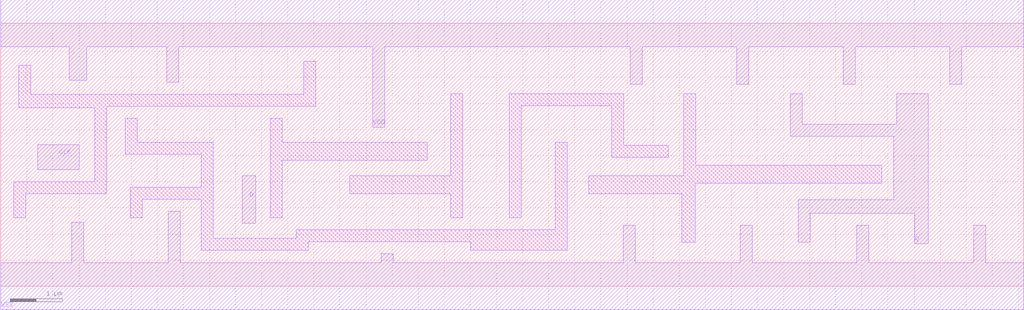
<source format=lef>
# Copyright 2022 GlobalFoundries PDK Authors
#
# Licensed under the Apache License, Version 2.0 (the "License");
# you may not use this file except in compliance with the License.
# You may obtain a copy of the License at
#
#      http://www.apache.org/licenses/LICENSE-2.0
#
# Unless required by applicable law or agreed to in writing, software
# distributed under the License is distributed on an "AS IS" BASIS,
# WITHOUT WARRANTIES OR CONDITIONS OF ANY KIND, either express or implied.
# See the License for the specific language governing permissions and
# limitations under the License.

MACRO gf180mcu_fd_sc_mcu9t5v0__dffq_4
  CLASS core ;
  FOREIGN gf180mcu_fd_sc_mcu9t5v0__dffq_4 0.0 0.0 ;
  ORIGIN 0 0 ;
  SYMMETRY X Y ;
  SITE GF018hv5v_green_sc9 ;
  SIZE 19.6 BY 5.04 ;
  PIN D
    DIRECTION INPUT ;
    ANTENNAGATEAREA 0.848 ;
    PORT
      LAYER Metal1 ;
        POLYGON 4.63 1.21 4.89 1.21 4.89 2.115 4.63 2.115  ;
    END
  END D
  PIN CLK
    DIRECTION INPUT ;
    USE clock ;
    ANTENNAGATEAREA 1.164 ;
    PORT
      LAYER Metal1 ;
        POLYGON 0.71 2.235 1.505 2.235 1.505 2.71 0.71 2.71  ;
    END
  END CLK
  PIN Q
    DIRECTION OUTPUT ;
    ANTENNADIFFAREA 3.276 ;
    PORT
      LAYER Metal1 ;
        POLYGON 15.125 2.875 16.885 2.875 17.115 2.875 17.115 1.655 15.285 1.655 15.285 0.845 15.515 0.845 15.515 1.395 17.51 1.395 17.51 0.815 17.77 0.815 17.77 3.685 17.165 3.685 17.165 3.105 16.885 3.105 15.355 3.105 15.355 3.685 15.125 3.685  ;
    END
  END Q
  PIN VDD
    DIRECTION INOUT ;
    USE power ;
    SHAPE ABUTMENT ;
    PORT
      LAYER Metal1 ;
        POLYGON 0 4.59 1.31 4.59 1.31 3.95 1.65 3.95 1.65 4.59 3.185 4.59 3.185 3.905 3.415 3.905 3.415 4.59 6.035 4.59 7.125 4.59 7.125 3.045 7.355 3.045 7.355 4.59 8.175 4.59 8.855 4.59 12.065 4.59 12.065 3.875 12.295 3.875 12.295 4.59 12.79 4.59 14.105 4.59 14.105 3.875 14.335 3.875 14.335 4.59 16.145 4.59 16.145 3.875 16.375 3.875 16.375 4.59 16.885 4.59 18.185 4.59 18.185 3.875 18.415 3.875 18.415 4.59 19.6 4.59 19.6 5.49 16.885 5.49 12.79 5.49 8.855 5.49 8.175 5.49 6.035 5.49 0 5.49  ;
    END
  END VDD
  PIN VSS
    DIRECTION INOUT ;
    USE ground ;
    SHAPE ABUTMENT ;
    PORT
      LAYER Metal1 ;
        POLYGON 0 -0.45 19.6 -0.45 19.6 0.45 18.875 0.45 18.875 1.165 18.645 1.165 18.645 0.45 16.635 0.45 16.635 1.165 16.405 1.165 16.405 0.45 14.395 0.45 14.395 1.165 14.165 1.165 14.165 0.45 12.155 0.45 12.155 1.165 11.925 1.165 11.925 0.45 7.52 0.45 7.52 0.625 7.29 0.625 7.29 0.45 3.435 0.45 3.435 1.435 3.205 1.435 3.205 0.45 1.595 0.45 1.595 1.225 1.365 1.225 1.365 0.45 0 0.45  ;
    END
  END VSS
  OBS
      LAYER Metal1 ;
        POLYGON 0.345 3.425 1.805 3.425 1.805 2.005 0.245 2.005 0.245 1.315 0.475 1.315 0.475 1.775 2.035 1.775 2.035 3.445 6.035 3.445 6.035 4.315 5.805 4.315 5.805 3.675 0.575 3.675 0.575 4.235 0.345 4.235  ;
        POLYGON 5.165 1.315 5.395 1.315 5.395 2.415 8.175 2.415 8.175 2.755 5.395 2.755 5.395 3.215 5.165 3.215  ;
        POLYGON 6.685 1.775 8.625 1.775 8.625 1.315 8.855 1.315 8.855 3.685 8.62 3.685 8.62 2.115 6.685 2.115  ;
        POLYGON 2.385 2.525 3.845 2.525 3.845 1.895 2.485 1.895 2.485 1.315 2.715 1.315 2.715 1.665 3.845 1.665 3.845 0.69 5.89 0.69 5.89 0.855 9.01 0.855 9.01 0.69 10.855 0.69 10.855 2.755 10.625 2.755 10.625 1.085 5.665 1.085 5.665 0.92 4.075 0.92 4.075 2.755 2.615 2.755 2.615 3.215 2.385 3.215  ;
        POLYGON 9.745 1.315 9.975 1.315 9.975 3.455 11.705 3.455 11.705 2.47 12.79 2.47 12.79 2.7 11.935 2.7 11.935 3.685 9.745 3.685  ;
        POLYGON 11.265 1.775 13.045 1.775 13.045 0.845 13.31 0.845 13.31 1.975 16.885 1.975 16.885 2.315 13.315 2.315 13.315 3.685 13.085 3.685 13.085 2.115 11.265 2.115  ;
  END
END gf180mcu_fd_sc_mcu9t5v0__dffq_4

</source>
